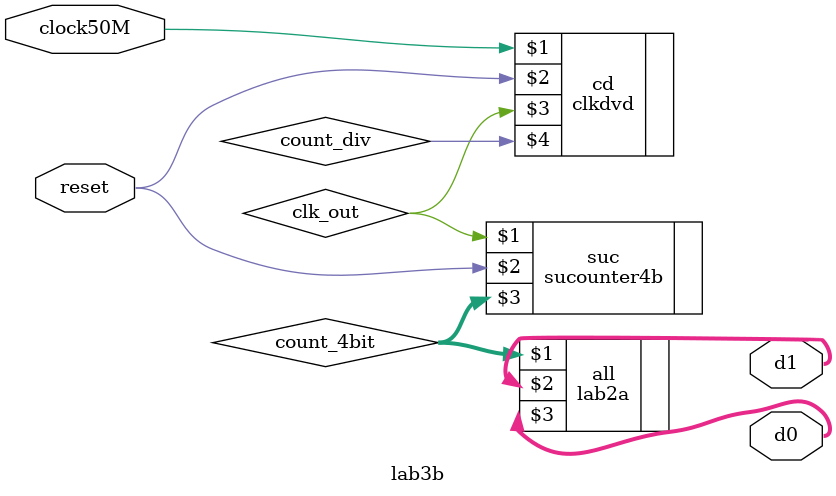
<source format=v>
module lab3b (clock50M, reset, d1, d0);
input  clock50M, reset;
output [6:0] d1, d0;
parameter DIV_COUNT=26'd24_999_999;

wire clk_out;
wire [3:0] count_4bit;
wire [25:0] count_di;

//module clkdvd(clk_in, reset, clk_out, count);
clkdvd #(DIV_COUNT) cd(clock50M, reset, clk_out, count_div);

//module sucounter4b (clk, rst, q);
sucounter4b suc(clk_out, reset, count_4bit);

//module lab2a (v, d1, d0);
lab2a all(count_4bit, d1, d0);

endmodule


</source>
